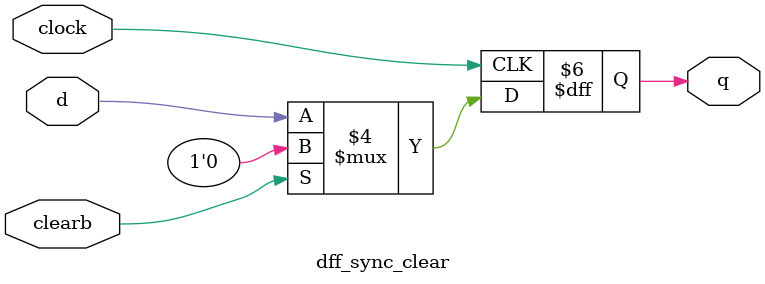
<source format=v>
module dff_sync_clear(d,clearb, clock, q);
	input d, clearb, clock;
	output q;
	reg q;
	
	always @(posedge clock)
		begin
			if(!clearb)
				q = d;
			else
				q = 1'b0;
		end
endmodule
</source>
